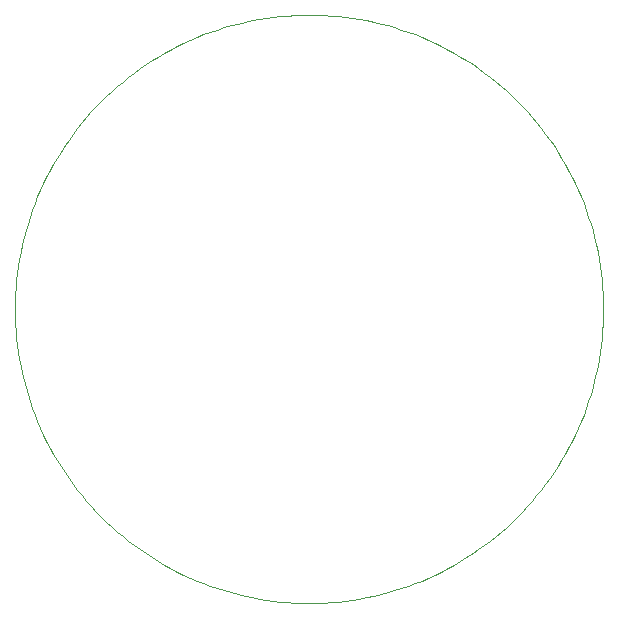
<source format=gtp>
G75*
%MOIN*%
%OFA0B0*%
%FSLAX25Y25*%
%IPPOS*%
%LPD*%
%AMOC8*
5,1,8,0,0,1.08239X$1,22.5*
%
%ADD10C,0.00197*%
D10*
X0003144Y0099925D02*
X0003174Y0102331D01*
X0003262Y0104735D01*
X0003410Y0107137D01*
X0003616Y0109534D01*
X0003881Y0111925D01*
X0004205Y0114309D01*
X0004587Y0116685D01*
X0005028Y0119050D01*
X0005526Y0121404D01*
X0006082Y0123745D01*
X0006695Y0126071D01*
X0007365Y0128382D01*
X0008092Y0130676D01*
X0008874Y0132951D01*
X0009713Y0135206D01*
X0010606Y0137440D01*
X0011554Y0139651D01*
X0012556Y0141839D01*
X0013611Y0144001D01*
X0014719Y0146136D01*
X0015880Y0148244D01*
X0017091Y0150323D01*
X0018353Y0152371D01*
X0019665Y0154388D01*
X0021026Y0156372D01*
X0022436Y0158322D01*
X0023893Y0160237D01*
X0025396Y0162115D01*
X0026945Y0163956D01*
X0028539Y0165759D01*
X0030176Y0167521D01*
X0031857Y0169243D01*
X0033579Y0170924D01*
X0035341Y0172561D01*
X0037144Y0174155D01*
X0038985Y0175704D01*
X0040863Y0177207D01*
X0042778Y0178664D01*
X0044728Y0180074D01*
X0046712Y0181435D01*
X0048729Y0182747D01*
X0050777Y0184009D01*
X0052856Y0185220D01*
X0054964Y0186381D01*
X0057099Y0187489D01*
X0059261Y0188544D01*
X0061449Y0189546D01*
X0063660Y0190494D01*
X0065894Y0191387D01*
X0068149Y0192226D01*
X0070424Y0193008D01*
X0072718Y0193735D01*
X0075029Y0194405D01*
X0077355Y0195018D01*
X0079696Y0195574D01*
X0082050Y0196072D01*
X0084415Y0196513D01*
X0086791Y0196895D01*
X0089175Y0197219D01*
X0091566Y0197484D01*
X0093963Y0197690D01*
X0096365Y0197838D01*
X0098769Y0197926D01*
X0101175Y0197956D01*
X0103581Y0197926D01*
X0105985Y0197838D01*
X0108387Y0197690D01*
X0110784Y0197484D01*
X0113175Y0197219D01*
X0115559Y0196895D01*
X0117935Y0196513D01*
X0120300Y0196072D01*
X0122654Y0195574D01*
X0124995Y0195018D01*
X0127321Y0194405D01*
X0129632Y0193735D01*
X0131926Y0193008D01*
X0134201Y0192226D01*
X0136456Y0191387D01*
X0138690Y0190494D01*
X0140901Y0189546D01*
X0143089Y0188544D01*
X0145251Y0187489D01*
X0147386Y0186381D01*
X0149494Y0185220D01*
X0151573Y0184009D01*
X0153621Y0182747D01*
X0155638Y0181435D01*
X0157622Y0180074D01*
X0159572Y0178664D01*
X0161487Y0177207D01*
X0163365Y0175704D01*
X0165206Y0174155D01*
X0167009Y0172561D01*
X0168771Y0170924D01*
X0170493Y0169243D01*
X0172174Y0167521D01*
X0173811Y0165759D01*
X0175405Y0163956D01*
X0176954Y0162115D01*
X0178457Y0160237D01*
X0179914Y0158322D01*
X0181324Y0156372D01*
X0182685Y0154388D01*
X0183997Y0152371D01*
X0185259Y0150323D01*
X0186470Y0148244D01*
X0187631Y0146136D01*
X0188739Y0144001D01*
X0189794Y0141839D01*
X0190796Y0139651D01*
X0191744Y0137440D01*
X0192637Y0135206D01*
X0193476Y0132951D01*
X0194258Y0130676D01*
X0194985Y0128382D01*
X0195655Y0126071D01*
X0196268Y0123745D01*
X0196824Y0121404D01*
X0197322Y0119050D01*
X0197763Y0116685D01*
X0198145Y0114309D01*
X0198469Y0111925D01*
X0198734Y0109534D01*
X0198940Y0107137D01*
X0199088Y0104735D01*
X0199176Y0102331D01*
X0199206Y0099925D01*
X0199176Y0097519D01*
X0199088Y0095115D01*
X0198940Y0092713D01*
X0198734Y0090316D01*
X0198469Y0087925D01*
X0198145Y0085541D01*
X0197763Y0083165D01*
X0197322Y0080800D01*
X0196824Y0078446D01*
X0196268Y0076105D01*
X0195655Y0073779D01*
X0194985Y0071468D01*
X0194258Y0069174D01*
X0193476Y0066899D01*
X0192637Y0064644D01*
X0191744Y0062410D01*
X0190796Y0060199D01*
X0189794Y0058011D01*
X0188739Y0055849D01*
X0187631Y0053714D01*
X0186470Y0051606D01*
X0185259Y0049527D01*
X0183997Y0047479D01*
X0182685Y0045462D01*
X0181324Y0043478D01*
X0179914Y0041528D01*
X0178457Y0039613D01*
X0176954Y0037735D01*
X0175405Y0035894D01*
X0173811Y0034091D01*
X0172174Y0032329D01*
X0170493Y0030607D01*
X0168771Y0028926D01*
X0167009Y0027289D01*
X0165206Y0025695D01*
X0163365Y0024146D01*
X0161487Y0022643D01*
X0159572Y0021186D01*
X0157622Y0019776D01*
X0155638Y0018415D01*
X0153621Y0017103D01*
X0151573Y0015841D01*
X0149494Y0014630D01*
X0147386Y0013469D01*
X0145251Y0012361D01*
X0143089Y0011306D01*
X0140901Y0010304D01*
X0138690Y0009356D01*
X0136456Y0008463D01*
X0134201Y0007624D01*
X0131926Y0006842D01*
X0129632Y0006115D01*
X0127321Y0005445D01*
X0124995Y0004832D01*
X0122654Y0004276D01*
X0120300Y0003778D01*
X0117935Y0003337D01*
X0115559Y0002955D01*
X0113175Y0002631D01*
X0110784Y0002366D01*
X0108387Y0002160D01*
X0105985Y0002012D01*
X0103581Y0001924D01*
X0101175Y0001894D01*
X0098769Y0001924D01*
X0096365Y0002012D01*
X0093963Y0002160D01*
X0091566Y0002366D01*
X0089175Y0002631D01*
X0086791Y0002955D01*
X0084415Y0003337D01*
X0082050Y0003778D01*
X0079696Y0004276D01*
X0077355Y0004832D01*
X0075029Y0005445D01*
X0072718Y0006115D01*
X0070424Y0006842D01*
X0068149Y0007624D01*
X0065894Y0008463D01*
X0063660Y0009356D01*
X0061449Y0010304D01*
X0059261Y0011306D01*
X0057099Y0012361D01*
X0054964Y0013469D01*
X0052856Y0014630D01*
X0050777Y0015841D01*
X0048729Y0017103D01*
X0046712Y0018415D01*
X0044728Y0019776D01*
X0042778Y0021186D01*
X0040863Y0022643D01*
X0038985Y0024146D01*
X0037144Y0025695D01*
X0035341Y0027289D01*
X0033579Y0028926D01*
X0031857Y0030607D01*
X0030176Y0032329D01*
X0028539Y0034091D01*
X0026945Y0035894D01*
X0025396Y0037735D01*
X0023893Y0039613D01*
X0022436Y0041528D01*
X0021026Y0043478D01*
X0019665Y0045462D01*
X0018353Y0047479D01*
X0017091Y0049527D01*
X0015880Y0051606D01*
X0014719Y0053714D01*
X0013611Y0055849D01*
X0012556Y0058011D01*
X0011554Y0060199D01*
X0010606Y0062410D01*
X0009713Y0064644D01*
X0008874Y0066899D01*
X0008092Y0069174D01*
X0007365Y0071468D01*
X0006695Y0073779D01*
X0006082Y0076105D01*
X0005526Y0078446D01*
X0005028Y0080800D01*
X0004587Y0083165D01*
X0004205Y0085541D01*
X0003881Y0087925D01*
X0003616Y0090316D01*
X0003410Y0092713D01*
X0003262Y0095115D01*
X0003174Y0097519D01*
X0003144Y0099925D01*
M02*

</source>
